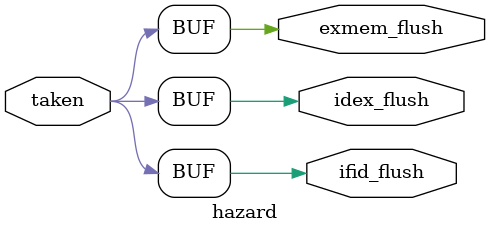
<source format=v>


// TODO: declare propoer input and output ports and implement the
// hazard detection unit

module hazard #(
  parameter DATA_WIDTH = 32
)(
    input taken,

    output reg ifid_flush,
    output reg idex_flush,
    output reg exmem_flush
);

always @(*) begin
    ifid_flush = taken;
    idex_flush = taken;
    exmem_flush = taken;
end


endmodule

</source>
